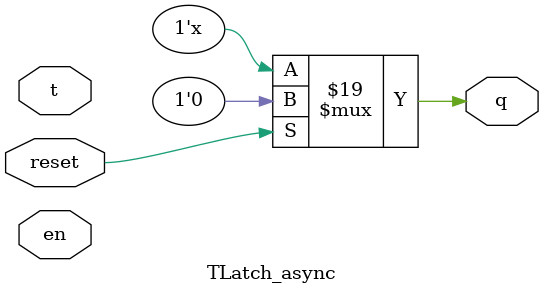
<source format=v>
module TLatch_async(
	input wire t,       
	input wire en,      
 	input wire reset,   
 	output reg q
);

	always @(*) begin
		if (reset)
			q = 1'b0;          
		else if (en) begin
			if (t)
				q = ~q;       
			else
				q = q;        
		end
   	end

endmodule


</source>
